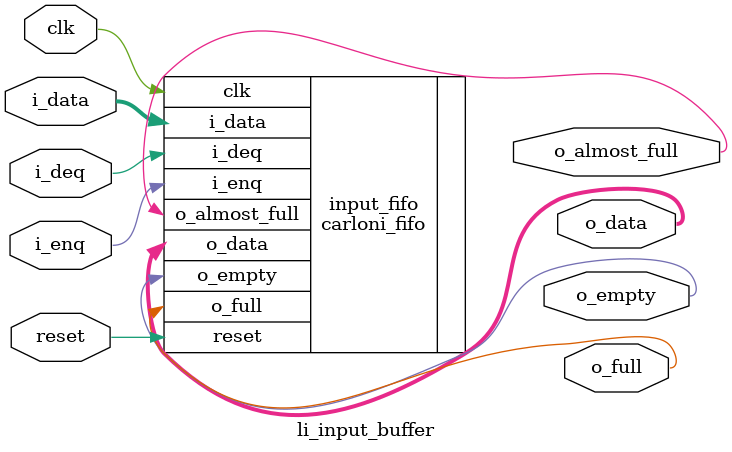
<source format=sv>
module li_input_buffer #(
	parameter WIDTH = 6,
	parameter ADDR = 2,
	parameter FIFO_ALMOST_FULL = 0,
	parameter FIFO_TYPE = "fifo_almost_full_megafunction"
) (
	input clk,
	input reset,
	
	//input i_bypass,
	
	input [WIDTH-1:0] i_data,
	output [WIDTH-1:0] o_data,
	
	input i_enq,
	input i_deq,
	
	output o_full,
	output o_almost_full,
	output o_empty
);

	//wire [WIDTH-1:0] w_fifo_data_out;

	carloni_fifo #(
		.WIDTH(WIDTH),
		.ADDR(ADDR),
		.FIFO_ALMOST_FULL(FIFO_ALMOST_FULL),
		.TYPE(FIFO_TYPE)
	) input_fifo (
		.clk(clk),
		.reset(reset),
		.i_data(i_data),
		.o_data(o_data), // w_fifo_data_out for bypass
		
		.i_enq(i_enq),
		.i_deq(i_deq),
		
		.o_full(o_full),
		.o_almost_full(o_almost_full),
		.o_empty(o_empty)
	);

	//assign o_data = (i_bypass) ? i_data : w_fifo_data_out;
endmodule

</source>
